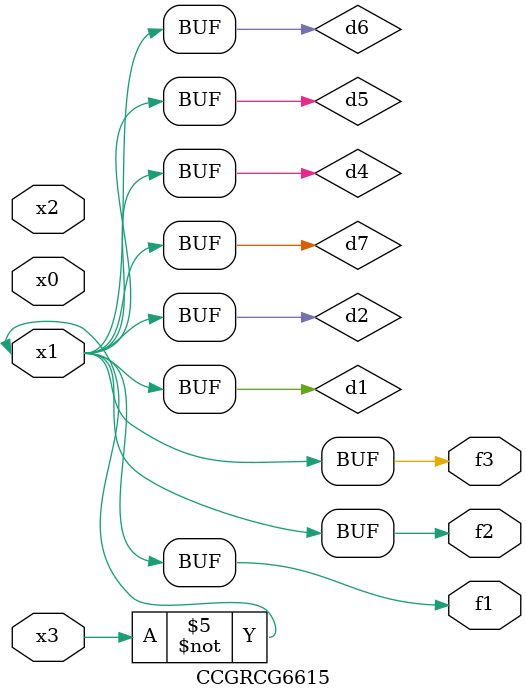
<source format=v>
module CCGRCG6615(
	input x0, x1, x2, x3,
	output f1, f2, f3
);

	wire d1, d2, d3, d4, d5, d6, d7;

	not (d1, x3);
	buf (d2, x1);
	xnor (d3, d1, d2);
	nor (d4, d1);
	buf (d5, d1, d2);
	buf (d6, d4, d5);
	nand (d7, d4);
	assign f1 = d6;
	assign f2 = d7;
	assign f3 = d6;
endmodule

</source>
